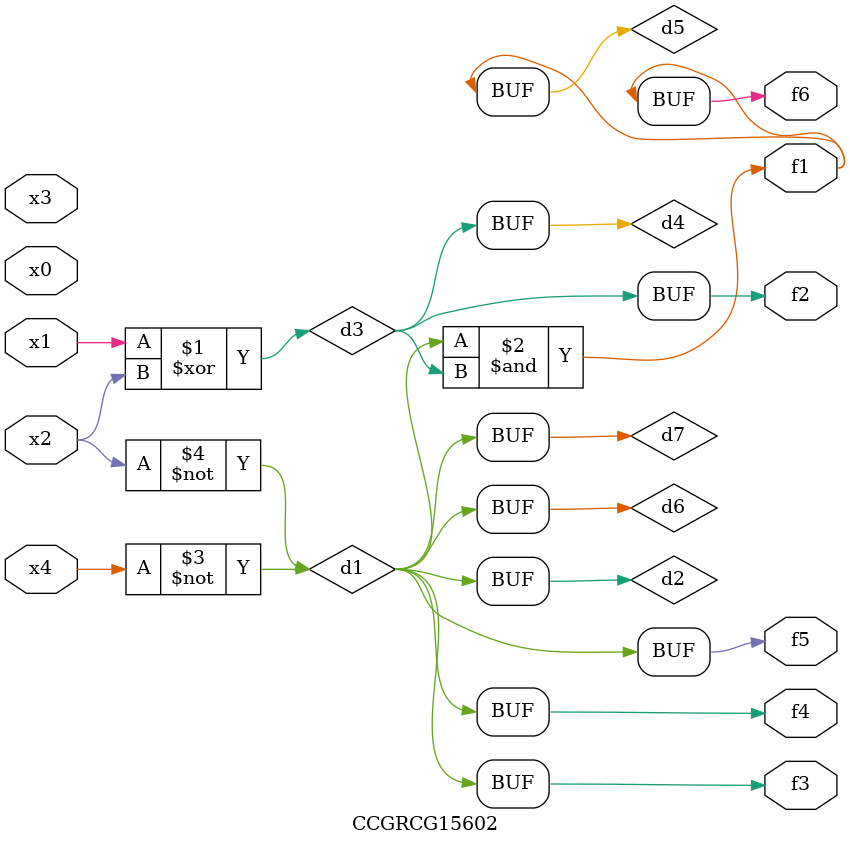
<source format=v>
module CCGRCG15602(
	input x0, x1, x2, x3, x4,
	output f1, f2, f3, f4, f5, f6
);

	wire d1, d2, d3, d4, d5, d6, d7;

	not (d1, x4);
	not (d2, x2);
	xor (d3, x1, x2);
	buf (d4, d3);
	and (d5, d1, d3);
	buf (d6, d1, d2);
	buf (d7, d2);
	assign f1 = d5;
	assign f2 = d4;
	assign f3 = d7;
	assign f4 = d7;
	assign f5 = d7;
	assign f6 = d5;
endmodule

</source>
